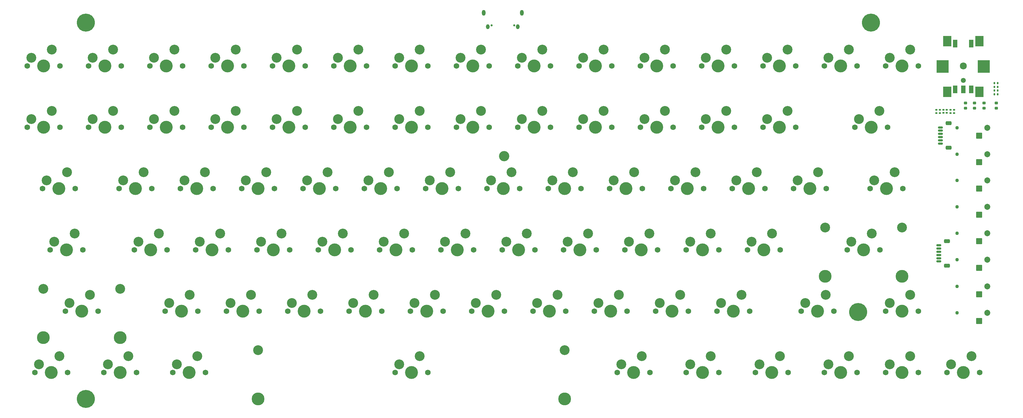
<source format=gbr>
%TF.GenerationSoftware,KiCad,Pcbnew,8.0.3*%
%TF.CreationDate,2024-07-13T16:12:33+02:00*%
%TF.ProjectId,DevKeyboard,4465764b-6579-4626-9f61-72642e6b6963,1.0*%
%TF.SameCoordinates,Original*%
%TF.FileFunction,Soldermask,Top*%
%TF.FilePolarity,Negative*%
%FSLAX46Y46*%
G04 Gerber Fmt 4.6, Leading zero omitted, Abs format (unit mm)*
G04 Created by KiCad (PCBNEW 8.0.3) date 2024-07-13 16:12:33*
%MOMM*%
%LPD*%
G01*
G04 APERTURE LIST*
G04 Aperture macros list*
%AMRoundRect*
0 Rectangle with rounded corners*
0 $1 Rounding radius*
0 $2 $3 $4 $5 $6 $7 $8 $9 X,Y pos of 4 corners*
0 Add a 4 corners polygon primitive as box body*
4,1,4,$2,$3,$4,$5,$6,$7,$8,$9,$2,$3,0*
0 Add four circle primitives for the rounded corners*
1,1,$1+$1,$2,$3*
1,1,$1+$1,$4,$5*
1,1,$1+$1,$6,$7*
1,1,$1+$1,$8,$9*
0 Add four rect primitives between the rounded corners*
20,1,$1+$1,$2,$3,$4,$5,0*
20,1,$1+$1,$4,$5,$6,$7,0*
20,1,$1+$1,$6,$7,$8,$9,0*
20,1,$1+$1,$8,$9,$2,$3,0*%
G04 Aperture macros list end*
%ADD10RoundRect,0.140000X-0.170000X0.140000X-0.170000X-0.140000X0.170000X-0.140000X0.170000X0.140000X0*%
%ADD11C,5.600000*%
%ADD12C,3.048000*%
%ADD13C,3.987800*%
%ADD14C,1.100000*%
%ADD15RoundRect,0.102000X0.825000X-0.825000X0.825000X0.825000X-0.825000X0.825000X-0.825000X-0.825000X0*%
%ADD16C,1.854000*%
%ADD17C,1.750000*%
%ADD18C,3.050000*%
%ADD19C,4.000000*%
%ADD20RoundRect,0.218750X0.256250X-0.218750X0.256250X0.218750X-0.256250X0.218750X-0.256250X-0.218750X0*%
%ADD21C,3.200000*%
%ADD22R,3.759200X3.987800*%
%ADD23R,2.514600X3.200400*%
%ADD24C,2.159000*%
%ADD25C,1.549400*%
%ADD26R,1.397000X2.489200*%
%ADD27RoundRect,0.135000X0.135000X0.185000X-0.135000X0.185000X-0.135000X-0.185000X0.135000X-0.185000X0*%
%ADD28RoundRect,0.135000X0.185000X-0.135000X0.185000X0.135000X-0.185000X0.135000X-0.185000X-0.135000X0*%
%ADD29RoundRect,0.300000X0.600000X-0.300000X0.600000X0.300000X-0.600000X0.300000X-0.600000X-0.300000X0*%
%ADD30RoundRect,0.150000X0.625000X-0.150000X0.625000X0.150000X-0.625000X0.150000X-0.625000X-0.150000X0*%
%ADD31RoundRect,0.135000X-0.135000X-0.185000X0.135000X-0.185000X0.135000X0.185000X-0.135000X0.185000X0*%
%ADD32C,0.650000*%
%ADD33O,1.104000X1.804000*%
%ADD34O,1.104000X1.504000*%
G04 APERTURE END LIST*
D10*
%TO.C,C313*%
X318008000Y-46637000D03*
X318008000Y-47597000D03*
%TD*%
D11*
%TO.C,REF\u002A\u002A*%
X290500000Y-109500000D03*
%TD*%
D12*
%TO.C,REF\u002A\u002A*%
X280244550Y-83185000D03*
D13*
X280244550Y-98395000D03*
D12*
X304120550Y-83185000D03*
D13*
X304120550Y-98395000D03*
%TD*%
D14*
%TO.C,J305*%
X321205000Y-93221000D03*
D15*
X328105000Y-95721000D03*
D16*
X330605000Y-93221000D03*
%TD*%
D17*
%TO.C,SW215*%
X299008800Y-33020000D03*
D18*
X300278800Y-30480000D03*
D19*
X304088800Y-33020000D03*
D18*
X306628800Y-27940000D03*
D17*
X309168800Y-33020000D03*
%TD*%
%TO.C,SW236*%
X156133800Y-71120000D03*
D18*
X157403800Y-68580000D03*
D19*
X161213800Y-71120000D03*
D18*
X163753800Y-66040000D03*
D17*
X166293800Y-71120000D03*
%TD*%
%TO.C,SW204*%
X89458800Y-33020000D03*
D18*
X90728800Y-30480000D03*
D19*
X94538800Y-33020000D03*
D18*
X97078800Y-27940000D03*
D17*
X99618800Y-33020000D03*
%TD*%
%TO.C,SW279*%
X318058800Y-128270000D03*
D18*
X319328800Y-125730000D03*
D19*
X323138800Y-128270000D03*
D18*
X325678800Y-123190000D03*
D17*
X328218800Y-128270000D03*
%TD*%
D14*
%TO.C,J306*%
X321205000Y-84966000D03*
D15*
X328105000Y-87466000D03*
D16*
X330605000Y-84966000D03*
%TD*%
D17*
%TO.C,SW273*%
X146608800Y-128270000D03*
D18*
X147878800Y-125730000D03*
D19*
X151688800Y-128270000D03*
D18*
X154228800Y-123190000D03*
D17*
X156768800Y-128270000D03*
%TD*%
%TO.C,SW228*%
X260908800Y-52070000D03*
D18*
X262178800Y-49530000D03*
D19*
X265988800Y-52070000D03*
D18*
X268528800Y-46990000D03*
D17*
X271068800Y-52070000D03*
%TD*%
D20*
%TO.C,D301*%
X333375000Y-46126501D03*
X333375000Y-44551499D03*
%TD*%
D17*
%TO.C,SW242*%
X270433800Y-71120000D03*
D18*
X271703800Y-68580000D03*
D19*
X275513800Y-71120000D03*
D18*
X278053800Y-66040000D03*
D17*
X280593800Y-71120000D03*
%TD*%
%TO.C,SW220*%
X108508800Y-52070000D03*
D18*
X109778800Y-49530000D03*
D19*
X113588800Y-52070000D03*
D18*
X116128800Y-46990000D03*
D17*
X118668800Y-52070000D03*
%TD*%
%TO.C,SW223*%
X165658800Y-52070000D03*
D18*
X166928800Y-49530000D03*
D19*
X170738800Y-52070000D03*
D18*
X173278800Y-46990000D03*
D17*
X175818800Y-52070000D03*
%TD*%
%TO.C,SW257*%
X44215050Y-109220000D03*
D18*
X45485050Y-106680000D03*
D19*
X49295050Y-109220000D03*
D18*
X51835050Y-104140000D03*
D17*
X54375050Y-109220000D03*
%TD*%
D11*
%TO.C,REF\u002A\u002A*%
X50500000Y-19500000D03*
%TD*%
D17*
%TO.C,SW268*%
X272815050Y-109220000D03*
D18*
X274085050Y-106680000D03*
D19*
X277895050Y-109220000D03*
D18*
X280435050Y-104140000D03*
D17*
X282975050Y-109220000D03*
%TD*%
%TO.C,SW278*%
X299008800Y-128270000D03*
D18*
X300278800Y-125730000D03*
D19*
X304088800Y-128270000D03*
D18*
X306628800Y-123190000D03*
D17*
X309168800Y-128270000D03*
%TD*%
%TO.C,SW254*%
X237096300Y-90170000D03*
D18*
X238366300Y-87630000D03*
D19*
X242176300Y-90170000D03*
D18*
X244716300Y-85090000D03*
D17*
X247256300Y-90170000D03*
%TD*%
%TO.C,SW277*%
X279958800Y-128270000D03*
D18*
X281228800Y-125730000D03*
D19*
X285038800Y-128270000D03*
D18*
X287578800Y-123190000D03*
D17*
X290118800Y-128270000D03*
%TD*%
%TO.C,SW218*%
X70408800Y-52070000D03*
D18*
X71678800Y-49530000D03*
D19*
X75488800Y-52070000D03*
D18*
X78028800Y-46990000D03*
D17*
X80568800Y-52070000D03*
%TD*%
%TO.C,SW251*%
X179946300Y-90170000D03*
D18*
X181216300Y-87630000D03*
D19*
X185026300Y-90170000D03*
D18*
X187566300Y-85090000D03*
D17*
X190106300Y-90170000D03*
%TD*%
%TO.C,SW209*%
X184708800Y-33020000D03*
D18*
X185978800Y-30480000D03*
D19*
X189788800Y-33020000D03*
D18*
X192328800Y-27940000D03*
D17*
X194868800Y-33020000D03*
%TD*%
%TO.C,SW224*%
X184708800Y-52070000D03*
D18*
X185978800Y-49530000D03*
D19*
X189788800Y-52070000D03*
D18*
X192328800Y-46990000D03*
D17*
X194868800Y-52070000D03*
%TD*%
%TO.C,SW256*%
X287102550Y-90170000D03*
D18*
X288372550Y-87630000D03*
D19*
X292182550Y-90170000D03*
D18*
X294722550Y-85090000D03*
D17*
X297262550Y-90170000D03*
%TD*%
%TO.C,SW271*%
X56121300Y-128270000D03*
D18*
X57391300Y-125730000D03*
D19*
X61201300Y-128270000D03*
D18*
X63741300Y-123190000D03*
D17*
X66281300Y-128270000D03*
%TD*%
%TO.C,SW259*%
X94221300Y-109220000D03*
D18*
X95491300Y-106680000D03*
D19*
X99301300Y-109220000D03*
D18*
X101841300Y-104140000D03*
D17*
X104381300Y-109220000D03*
%TD*%
%TO.C,SW241*%
X251383800Y-71120000D03*
D18*
X252653800Y-68580000D03*
D19*
X256463800Y-71120000D03*
D18*
X259003800Y-66040000D03*
D17*
X261543800Y-71120000D03*
%TD*%
%TO.C,SW245*%
X65646300Y-90170000D03*
D18*
X66916300Y-87630000D03*
D19*
X70726300Y-90170000D03*
D18*
X73266300Y-85090000D03*
D17*
X75806300Y-90170000D03*
%TD*%
%TO.C,SW272*%
X77552550Y-128270000D03*
D18*
X78822550Y-125730000D03*
D19*
X82632550Y-128270000D03*
D18*
X85172550Y-123190000D03*
D17*
X87712550Y-128270000D03*
%TD*%
%TO.C,SW214*%
X279958800Y-33020000D03*
D18*
X281228800Y-30480000D03*
D19*
X285038800Y-33020000D03*
D18*
X287578800Y-27940000D03*
D17*
X290118800Y-33020000D03*
%TD*%
%TO.C,SW208*%
X165658800Y-33020000D03*
D18*
X166928800Y-30480000D03*
D19*
X170738800Y-33020000D03*
D18*
X173278800Y-27940000D03*
D17*
X175818800Y-33020000D03*
%TD*%
D21*
%TO.C,REF\u002A\u002A*%
X180500000Y-61000000D03*
%TD*%
D17*
%TO.C,SW227*%
X241858800Y-52070000D03*
D18*
X243128800Y-49530000D03*
D19*
X246938800Y-52070000D03*
D18*
X249478800Y-46990000D03*
D17*
X252018800Y-52070000D03*
%TD*%
D20*
%TO.C,D403*%
X326644000Y-46126501D03*
X326644000Y-44551499D03*
%TD*%
D22*
%TO.C,SW302*%
X316763799Y-33170012D03*
D23*
X318141350Y-25270013D03*
X318141350Y-41070012D03*
D24*
X323138800Y-33020000D03*
D25*
X323138800Y-37520118D03*
D23*
X328136250Y-25270013D03*
X328136250Y-41070012D03*
D22*
X329513801Y-33170012D03*
D26*
X320638800Y-40320013D03*
X325638800Y-40320013D03*
X323138800Y-40320013D03*
X320638800Y-26020011D03*
X325638800Y-26020011D03*
%TD*%
D17*
%TO.C,SW225*%
X203758800Y-52070000D03*
D18*
X205028800Y-49530000D03*
D19*
X208838800Y-52070000D03*
D18*
X211378800Y-46990000D03*
D17*
X213918800Y-52070000D03*
%TD*%
D27*
%TO.C,R313*%
X333859599Y-41783000D03*
X332839601Y-41783000D03*
%TD*%
D17*
%TO.C,SW219*%
X89458800Y-52070000D03*
D18*
X90728800Y-49530000D03*
D19*
X94538800Y-52070000D03*
D18*
X97078800Y-46990000D03*
D17*
X99618800Y-52070000D03*
%TD*%
%TO.C,SW239*%
X213283800Y-71120000D03*
D18*
X214553800Y-68580000D03*
D19*
X218363800Y-71120000D03*
D18*
X220903800Y-66040000D03*
D17*
X223443800Y-71120000D03*
%TD*%
D28*
%TO.C,R308*%
X319151000Y-47626999D03*
X319151000Y-46607001D03*
%TD*%
D17*
%TO.C,SW210*%
X203758800Y-33020000D03*
D18*
X205028800Y-30480000D03*
D19*
X208838800Y-33020000D03*
D18*
X211378800Y-27940000D03*
D17*
X213918800Y-33020000D03*
%TD*%
%TO.C,SW275*%
X237096300Y-128270000D03*
D18*
X238366300Y-125730000D03*
D19*
X242176300Y-128270000D03*
D18*
X244716300Y-123190000D03*
D17*
X247256300Y-128270000D03*
%TD*%
%TO.C,SW213*%
X260908800Y-33020000D03*
D18*
X262178800Y-30480000D03*
D19*
X265988800Y-33020000D03*
D18*
X268528800Y-27940000D03*
D17*
X271068800Y-33020000D03*
%TD*%
D14*
%TO.C,J402*%
X321200000Y-52200000D03*
D15*
X328100000Y-54700000D03*
D16*
X330600000Y-52200000D03*
%TD*%
D29*
%TO.C,J302*%
X318600000Y-58410000D03*
X318600000Y-50810000D03*
D30*
X316075000Y-52109999D03*
X316075000Y-53110000D03*
X316075000Y-54110000D03*
X316075000Y-55110000D03*
X316075001Y-56110000D03*
X316075000Y-57110000D03*
%TD*%
D28*
%TO.C,R309*%
X320292000Y-47626999D03*
X320292000Y-46607001D03*
%TD*%
D17*
%TO.C,SW261*%
X132321300Y-109220000D03*
D18*
X133591300Y-106680000D03*
D19*
X137401300Y-109220000D03*
D18*
X139941300Y-104140000D03*
D17*
X142481300Y-109220000D03*
%TD*%
%TO.C,SW237*%
X175183800Y-71120000D03*
D18*
X176453800Y-68580000D03*
D19*
X180263800Y-71120000D03*
D18*
X182803800Y-66040000D03*
D17*
X185343800Y-71120000D03*
%TD*%
%TO.C,SW231*%
X60883800Y-71120000D03*
D18*
X62153800Y-68580000D03*
D19*
X65963800Y-71120000D03*
D18*
X68503800Y-66040000D03*
D17*
X71043800Y-71120000D03*
%TD*%
%TO.C,SW252*%
X198996300Y-90170000D03*
D18*
X200266300Y-87630000D03*
D19*
X204076300Y-90170000D03*
D18*
X206616300Y-85090000D03*
D17*
X209156300Y-90170000D03*
%TD*%
D31*
%TO.C,R401*%
X332839601Y-38354000D03*
X333859599Y-38354000D03*
%TD*%
D17*
%TO.C,SW216*%
X32308800Y-52070000D03*
D18*
X33578800Y-49530000D03*
D19*
X37388800Y-52070000D03*
D18*
X39928800Y-46990000D03*
D17*
X42468800Y-52070000D03*
%TD*%
D20*
%TO.C,D402*%
X329565000Y-46126501D03*
X329565000Y-44551499D03*
%TD*%
D17*
%TO.C,SW244*%
X39452550Y-90170000D03*
D18*
X40722550Y-87630000D03*
D19*
X44532550Y-90170000D03*
D18*
X47072550Y-85090000D03*
D17*
X49612550Y-90170000D03*
%TD*%
%TO.C,SW270*%
X34690050Y-128270000D03*
D18*
X35960050Y-125730000D03*
D19*
X39770050Y-128270000D03*
D18*
X42310050Y-123190000D03*
D17*
X44850050Y-128270000D03*
%TD*%
D14*
%TO.C,J308*%
X321205000Y-68583000D03*
D15*
X328105000Y-71083000D03*
D16*
X330605000Y-68583000D03*
%TD*%
D11*
%TO.C,REF\u002A\u002A*%
X294500000Y-19500000D03*
%TD*%
D17*
%TO.C,SW217*%
X51358800Y-52070000D03*
D18*
X52628800Y-49530000D03*
D19*
X56438800Y-52070000D03*
D18*
X58978800Y-46990000D03*
D17*
X61518800Y-52070000D03*
%TD*%
%TO.C,SW230*%
X37071300Y-71120000D03*
D18*
X38341300Y-68580000D03*
D19*
X42151300Y-71120000D03*
D18*
X44691300Y-66040000D03*
D17*
X47231300Y-71120000D03*
%TD*%
D28*
%TO.C,R306*%
X314792000Y-47626999D03*
X314792000Y-46607001D03*
%TD*%
D17*
%TO.C,SW248*%
X122796300Y-90170000D03*
D18*
X124066300Y-87630000D03*
D19*
X127876300Y-90170000D03*
D18*
X130416300Y-85090000D03*
D17*
X132956300Y-90170000D03*
%TD*%
%TO.C,SW235*%
X137083800Y-71120000D03*
D18*
X138353800Y-68580000D03*
D19*
X142163800Y-71120000D03*
D18*
X144703800Y-66040000D03*
D17*
X147243800Y-71120000D03*
%TD*%
%TO.C,SW233*%
X98983800Y-71120000D03*
D18*
X100253800Y-68580000D03*
D19*
X104063800Y-71120000D03*
D18*
X106603800Y-66040000D03*
D17*
X109143800Y-71120000D03*
%TD*%
%TO.C,SW234*%
X118033800Y-71120000D03*
D18*
X119303800Y-68580000D03*
D19*
X123113800Y-71120000D03*
D18*
X125653800Y-66040000D03*
D17*
X128193800Y-71120000D03*
%TD*%
%TO.C,SW201*%
X32308800Y-33020000D03*
D18*
X33578800Y-30480000D03*
D19*
X37388800Y-33020000D03*
D18*
X39928800Y-27940000D03*
D17*
X42468800Y-33020000D03*
%TD*%
%TO.C,SW229*%
X289483800Y-52070000D03*
D18*
X290753800Y-49530000D03*
D19*
X294563800Y-52070000D03*
D18*
X297103800Y-46990000D03*
D17*
X299643800Y-52070000D03*
%TD*%
%TO.C,SW253*%
X218046300Y-90170000D03*
D18*
X219316300Y-87630000D03*
D19*
X223126300Y-90170000D03*
D18*
X225666300Y-85090000D03*
D17*
X228206300Y-90170000D03*
%TD*%
D31*
%TO.C,R403*%
X332839601Y-39497000D03*
X333859599Y-39497000D03*
%TD*%
D17*
%TO.C,SW274*%
X215665050Y-128270000D03*
D18*
X216935050Y-125730000D03*
D19*
X220745050Y-128270000D03*
D18*
X223285050Y-123190000D03*
D17*
X225825050Y-128270000D03*
%TD*%
%TO.C,SW232*%
X79933800Y-71120000D03*
D18*
X81203800Y-68580000D03*
D19*
X85013800Y-71120000D03*
D18*
X87553800Y-66040000D03*
D17*
X90093800Y-71120000D03*
%TD*%
%TO.C,SW258*%
X75171300Y-109220000D03*
D18*
X76441300Y-106680000D03*
D19*
X80251300Y-109220000D03*
D18*
X82791300Y-104140000D03*
D17*
X85331300Y-109220000D03*
%TD*%
%TO.C,SW226*%
X222808800Y-52070000D03*
D18*
X224078800Y-49530000D03*
D19*
X227888800Y-52070000D03*
D18*
X230428800Y-46990000D03*
D17*
X232968800Y-52070000D03*
%TD*%
%TO.C,SW207*%
X146608800Y-33020000D03*
D18*
X147878800Y-30480000D03*
D19*
X151688800Y-33020000D03*
D18*
X154228800Y-27940000D03*
D17*
X156768800Y-33020000D03*
%TD*%
%TO.C,SW205*%
X108508800Y-33020000D03*
D18*
X109778800Y-30480000D03*
D19*
X113588800Y-33020000D03*
D18*
X116128800Y-27940000D03*
D17*
X118668800Y-33020000D03*
%TD*%
D29*
%TO.C,J309*%
X318090400Y-95036800D03*
X318090400Y-87436800D03*
D30*
X315565400Y-88736799D03*
X315565400Y-89736800D03*
X315565400Y-90736800D03*
X315565400Y-91736800D03*
X315565401Y-92736800D03*
X315565400Y-93736800D03*
%TD*%
D14*
%TO.C,J304*%
X321205000Y-101476000D03*
D15*
X328105000Y-103976000D03*
D16*
X330605000Y-101476000D03*
%TD*%
D17*
%TO.C,SW202*%
X51358800Y-33020000D03*
D18*
X52628800Y-30480000D03*
D19*
X56438800Y-33020000D03*
D18*
X58978800Y-27940000D03*
D17*
X61518800Y-33020000D03*
%TD*%
%TO.C,SW267*%
X246621300Y-109220000D03*
D18*
X247891300Y-106680000D03*
D19*
X251701300Y-109220000D03*
D18*
X254241300Y-104140000D03*
D17*
X256781300Y-109220000D03*
%TD*%
D12*
%TO.C,REF\u002A\u002A*%
X104063800Y-121285000D03*
D13*
X104063800Y-136495000D03*
D12*
X199313800Y-121285000D03*
D13*
X199313800Y-136495000D03*
%TD*%
D17*
%TO.C,SW269*%
X299008800Y-109220000D03*
D18*
X300278800Y-106680000D03*
D19*
X304088800Y-109220000D03*
D18*
X306628800Y-104140000D03*
D17*
X309168800Y-109220000D03*
%TD*%
D20*
%TO.C,D401*%
X323850000Y-46126500D03*
X323850000Y-44551498D03*
%TD*%
D14*
%TO.C,J303*%
X321205000Y-109731000D03*
D15*
X328105000Y-112231000D03*
D16*
X330605000Y-109731000D03*
%TD*%
D17*
%TO.C,SW212*%
X241858800Y-33020000D03*
D18*
X243128800Y-30480000D03*
D19*
X246938800Y-33020000D03*
D18*
X249478800Y-27940000D03*
D17*
X252018800Y-33020000D03*
%TD*%
%TO.C,SW211*%
X222808800Y-33020000D03*
D18*
X224078800Y-30480000D03*
D19*
X227888800Y-33020000D03*
D18*
X230428800Y-27940000D03*
D17*
X232968800Y-33020000D03*
%TD*%
%TO.C,SW262*%
X151371300Y-109220000D03*
D18*
X152641300Y-106680000D03*
D19*
X156451300Y-109220000D03*
D18*
X158991300Y-104140000D03*
D17*
X161531300Y-109220000D03*
%TD*%
%TO.C,SW222*%
X146608800Y-52070000D03*
D18*
X147878800Y-49530000D03*
D19*
X151688800Y-52070000D03*
D18*
X154228800Y-46990000D03*
D17*
X156768800Y-52070000D03*
%TD*%
%TO.C,SW243*%
X294246300Y-71120000D03*
D18*
X295516300Y-68580000D03*
D19*
X299326300Y-71120000D03*
D18*
X301866300Y-66040000D03*
D17*
X304406300Y-71120000D03*
%TD*%
%TO.C,SW249*%
X141846300Y-90170000D03*
D18*
X143116300Y-87630000D03*
D19*
X146926300Y-90170000D03*
D18*
X149466300Y-85090000D03*
D17*
X152006300Y-90170000D03*
%TD*%
%TO.C,SW246*%
X84696300Y-90170000D03*
D18*
X85966300Y-87630000D03*
D19*
X89776300Y-90170000D03*
D18*
X92316300Y-85090000D03*
D17*
X94856300Y-90170000D03*
%TD*%
%TO.C,SW276*%
X258527550Y-128270000D03*
D18*
X259797550Y-125730000D03*
D19*
X263607550Y-128270000D03*
D18*
X266147550Y-123190000D03*
D17*
X268687550Y-128270000D03*
%TD*%
D12*
%TO.C,REF\u002A\u002A*%
X37357050Y-102235000D03*
D13*
X37357050Y-117445000D03*
D12*
X61233050Y-102235000D03*
D13*
X61233050Y-117445000D03*
%TD*%
D17*
%TO.C,SW265*%
X208521300Y-109220000D03*
D18*
X209791300Y-106680000D03*
D19*
X213601300Y-109220000D03*
D18*
X216141300Y-104140000D03*
D17*
X218681300Y-109220000D03*
%TD*%
%TO.C,SW260*%
X113271300Y-109220000D03*
D18*
X114541300Y-106680000D03*
D19*
X118351300Y-109220000D03*
D18*
X120891300Y-104140000D03*
D17*
X123431300Y-109220000D03*
%TD*%
D14*
%TO.C,J401*%
X321200000Y-60409000D03*
D15*
X328100000Y-62909000D03*
D16*
X330600000Y-60409000D03*
%TD*%
D17*
%TO.C,SW247*%
X103746300Y-90170000D03*
D18*
X105016300Y-87630000D03*
D19*
X108826300Y-90170000D03*
D18*
X111366300Y-85090000D03*
D17*
X113906300Y-90170000D03*
%TD*%
D11*
%TO.C,REF\u002A\u002A*%
X50500000Y-136500000D03*
%TD*%
D10*
%TO.C,C312*%
X316992000Y-46637000D03*
X316992000Y-47597000D03*
%TD*%
D14*
%TO.C,J307*%
X321205000Y-76751000D03*
D15*
X328105000Y-79251000D03*
D16*
X330605000Y-76751000D03*
%TD*%
D17*
%TO.C,SW263*%
X170421300Y-109220000D03*
D18*
X171691300Y-106680000D03*
D19*
X175501300Y-109220000D03*
D18*
X178041300Y-104140000D03*
D17*
X180581300Y-109220000D03*
%TD*%
%TO.C,SW240*%
X232333800Y-71120000D03*
D18*
X233603800Y-68580000D03*
D19*
X237413800Y-71120000D03*
D18*
X239953800Y-66040000D03*
D17*
X242493800Y-71120000D03*
%TD*%
%TO.C,SW206*%
X127558800Y-33020000D03*
D18*
X128828800Y-30480000D03*
D19*
X132638800Y-33020000D03*
D18*
X135178800Y-27940000D03*
D17*
X137718800Y-33020000D03*
%TD*%
%TO.C,SW250*%
X160896300Y-90170000D03*
D18*
X162166300Y-87630000D03*
D19*
X165976300Y-90170000D03*
D18*
X168516300Y-85090000D03*
D17*
X171056300Y-90170000D03*
%TD*%
%TO.C,SW255*%
X256146300Y-90170000D03*
D18*
X257416300Y-87630000D03*
D19*
X261226300Y-90170000D03*
D18*
X263766300Y-85090000D03*
D17*
X266306300Y-90170000D03*
%TD*%
%TO.C,SW238*%
X194233800Y-71120000D03*
D18*
X195503800Y-68580000D03*
D19*
X199313800Y-71120000D03*
D18*
X201853800Y-66040000D03*
D17*
X204393800Y-71120000D03*
%TD*%
%TO.C,SW264*%
X189471300Y-109220000D03*
D18*
X190741300Y-106680000D03*
D19*
X194551300Y-109220000D03*
D18*
X197091300Y-104140000D03*
D17*
X199631300Y-109220000D03*
%TD*%
D31*
%TO.C,R402*%
X332839601Y-40640000D03*
X333859599Y-40640000D03*
%TD*%
D17*
%TO.C,SW203*%
X70408800Y-33020000D03*
D18*
X71678800Y-30480000D03*
D19*
X75488800Y-33020000D03*
D18*
X78028800Y-27940000D03*
D17*
X80568800Y-33020000D03*
%TD*%
%TO.C,SW221*%
X127558800Y-52070000D03*
D18*
X128828800Y-49530000D03*
D19*
X132638800Y-52070000D03*
D18*
X135178800Y-46990000D03*
D17*
X137718800Y-52070000D03*
%TD*%
%TO.C,SW266*%
X227571300Y-109220000D03*
D18*
X228841300Y-106680000D03*
D19*
X232651300Y-109220000D03*
D18*
X235191300Y-104140000D03*
D17*
X237731300Y-109220000D03*
%TD*%
D28*
%TO.C,R307*%
X315849000Y-47626999D03*
X315849000Y-46607001D03*
%TD*%
D32*
%TO.C,J301*%
X176600000Y-20350000D03*
X183600000Y-20350000D03*
D33*
X174180000Y-16500000D03*
X186020000Y-16500000D03*
D34*
X175450000Y-20820000D03*
X184750000Y-20820000D03*
%TD*%
M02*

</source>
